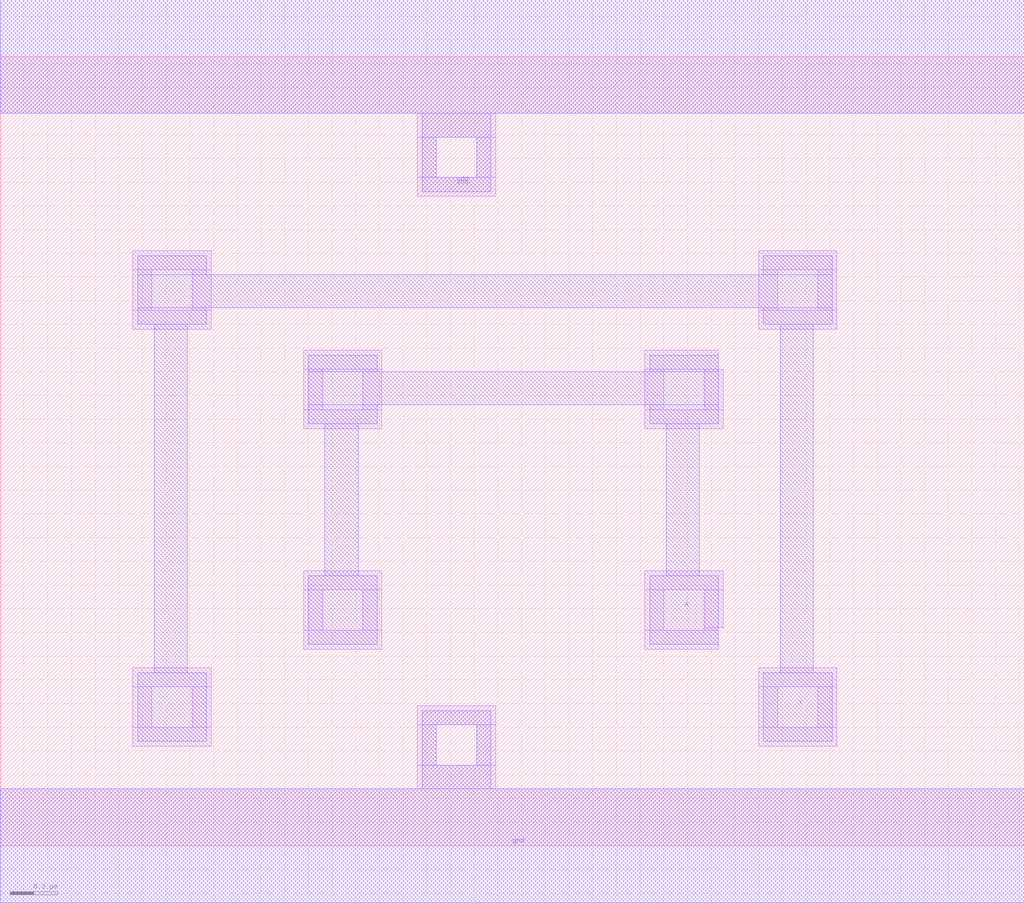
<source format=lef>
VERSION 5.7 ;
  NOWIREEXTENSIONATPIN ON ;
  DIVIDERCHAR "/" ;
  BUSBITCHARS "[]" ;
MACRO INVX4
  CLASS CORE ;
  FOREIGN INVX4 ;
  ORIGIN 0.000 0.000 ;
  SIZE 4.320 BY 3.330 ;
  SYMMETRY X Y R90 ;
  SITE unit ;
  PIN vdd
    DIRECTION INOUT ;
    USE POWER ;
    SHAPE ABUTMENT ;
    PORT
      LAYER met1 ;
        RECT 0.000 3.090 4.320 3.570 ;
        RECT 1.780 2.990 2.070 3.090 ;
        RECT 1.780 2.820 1.840 2.990 ;
        RECT 2.010 2.820 2.070 2.990 ;
        RECT 1.780 2.760 2.070 2.820 ;
    END
    PORT
      LAYER li1 ;
        RECT 0.000 3.090 4.320 3.570 ;
        RECT 1.760 2.990 2.090 3.090 ;
        RECT 1.760 2.820 1.840 2.990 ;
        RECT 2.010 2.820 2.090 2.990 ;
        RECT 1.760 2.740 2.090 2.820 ;
    END
  END vdd
  PIN gnd
    DIRECTION INOUT ;
    USE GROUND ;
    SHAPE ABUTMENT ;
    PORT
      LAYER met1 ;
        RECT 1.780 0.510 2.070 0.570 ;
        RECT 1.780 0.340 1.840 0.510 ;
        RECT 2.010 0.340 2.070 0.510 ;
        RECT 1.780 0.240 2.070 0.340 ;
        RECT 0.000 -0.240 4.320 0.240 ;
    END
    PORT
      LAYER li1 ;
        RECT 1.760 0.510 2.090 0.590 ;
        RECT 1.760 0.340 1.840 0.510 ;
        RECT 2.010 0.340 2.090 0.510 ;
        RECT 1.760 0.240 2.090 0.340 ;
        RECT 0.000 -0.240 4.320 0.240 ;
    END
  END gnd
  PIN Y
    DIRECTION INOUT ;
    USE SIGNAL ;
    SHAPE ABUTMENT ;
    PORT
      LAYER met1 ;
        RECT 0.580 2.410 0.870 2.490 ;
        RECT 3.220 2.410 3.510 2.490 ;
        RECT 0.580 2.270 3.510 2.410 ;
        RECT 0.580 2.200 0.870 2.270 ;
        RECT 3.220 2.200 3.510 2.270 ;
        RECT 0.650 0.730 0.790 2.200 ;
        RECT 3.290 0.730 3.430 2.200 ;
        RECT 0.580 0.440 0.870 0.730 ;
        RECT 3.220 0.440 3.510 0.730 ;
    END
  END Y
  PIN A
    DIRECTION INOUT ;
    USE SIGNAL ;
    SHAPE ABUTMENT ;
    PORT
      LAYER met1 ;
        RECT 1.300 2.000 1.590 2.070 ;
        RECT 2.740 2.000 3.030 2.070 ;
        RECT 1.300 1.860 3.030 2.000 ;
        RECT 1.300 1.780 1.590 1.860 ;
        RECT 2.740 1.780 3.030 1.860 ;
        RECT 1.370 1.140 1.510 1.780 ;
        RECT 2.810 1.140 2.950 1.780 ;
        RECT 1.300 0.850 1.590 1.140 ;
        RECT 2.740 0.850 3.030 1.140 ;
    END
  END A
  OBS
      LAYER li1 ;
        RECT 0.560 2.430 0.890 2.510 ;
        RECT 0.560 2.260 0.640 2.430 ;
        RECT 0.810 2.260 0.890 2.430 ;
        RECT 0.560 2.180 0.890 2.260 ;
        RECT 3.200 2.430 3.530 2.510 ;
        RECT 3.200 2.260 3.280 2.430 ;
        RECT 3.450 2.260 3.530 2.430 ;
        RECT 3.200 2.180 3.530 2.260 ;
        RECT 1.280 2.010 1.610 2.090 ;
        RECT 1.280 1.840 1.360 2.010 ;
        RECT 1.530 1.840 1.610 2.010 ;
        RECT 1.280 1.760 1.610 1.840 ;
        RECT 2.720 2.010 3.030 2.090 ;
        RECT 2.720 1.840 2.800 2.010 ;
        RECT 2.970 1.840 3.050 2.010 ;
        RECT 2.720 1.760 3.050 1.840 ;
        RECT 1.280 1.080 1.610 1.160 ;
        RECT 1.280 0.910 1.360 1.080 ;
        RECT 1.530 0.910 1.610 1.080 ;
        RECT 1.280 0.830 1.610 0.910 ;
        RECT 2.720 1.080 3.050 1.160 ;
        RECT 2.720 0.910 2.800 1.080 ;
        RECT 2.970 0.920 3.050 1.080 ;
        RECT 2.970 0.910 3.030 0.920 ;
        RECT 2.720 0.830 3.030 0.910 ;
        RECT 0.560 0.670 0.890 0.750 ;
        RECT 0.560 0.500 0.640 0.670 ;
        RECT 0.810 0.500 0.890 0.670 ;
        RECT 0.560 0.420 0.890 0.500 ;
        RECT 3.200 0.670 3.530 0.750 ;
        RECT 3.200 0.500 3.280 0.670 ;
        RECT 3.450 0.500 3.530 0.670 ;
        RECT 3.200 0.420 3.530 0.500 ;
  END
END INVX4
END LIBRARY


</source>
